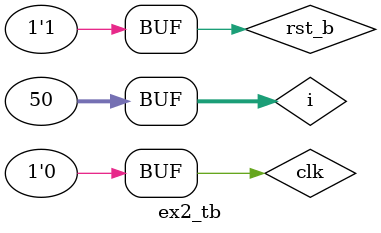
<source format=v>
module my_dff(input clk, input rst_b, input set, input d, output reg q);
  always @(posedge clk, negedge rst_b, negedge set) begin
    if(!set)q<=1;
    else if(!rst_b)q<=0;
    else q<=d;
  end
  
endmodule

module ex2(input clk, input rst_b, output [3:0]q);
  generate 
    genvar i;
    for(i=0;i<4;i=i+1) begin : loop
      if(i==0)my_dff ffs(.clk(clk), .set(rst_b), .d(q[3]), .q(q[i]));
      else my_dff ffs(.clk(clk), .set(rst_b), .d(q[3]^q[i-1]), .q(q[i]));
    end
  endgenerate
endmodule

module ex2_tb;
  reg clk, rst_b;
  wire [3:0] q;
  
  ex2 dut(
    .clk(clk),
    .rst_b(rst_b),
    .q(q));
    
    initial begin
      clk=0;
      rst_b=0;
    end
    
    integer i;
    initial begin
      for(i=0;i<50;i=i+1) begin
        #50 clk = ~clk;
      end
    end
    
    initial begin
      #25;
      rst_b=1;
    end
    
  endmodule
</source>
